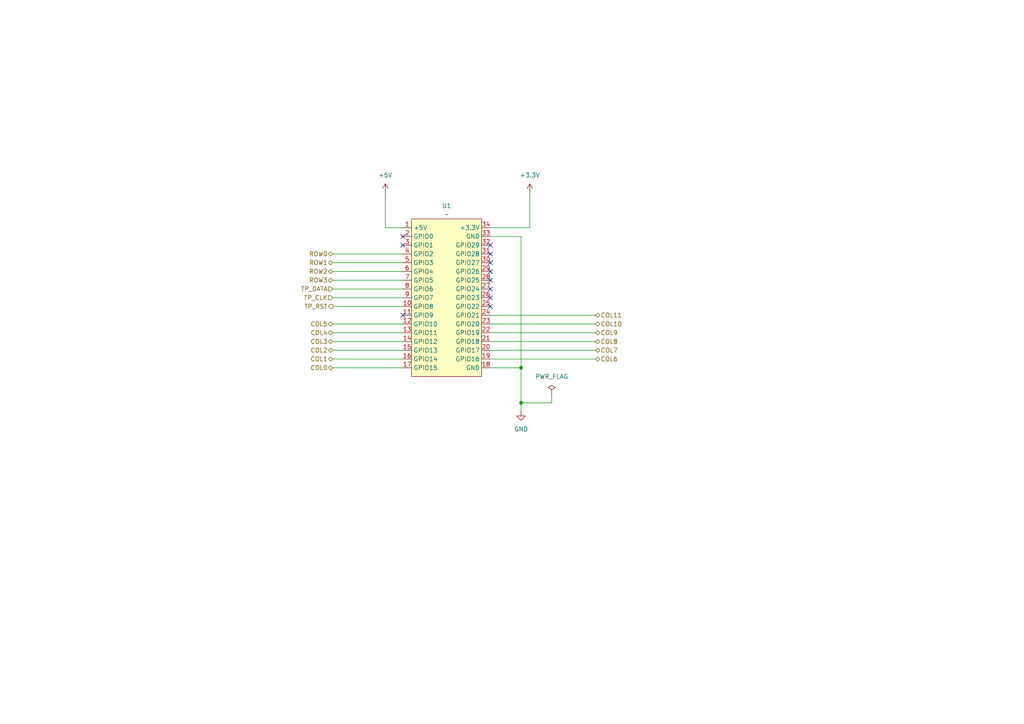
<source format=kicad_sch>
(kicad_sch (version 20231120) (generator "eeschema") (generator_version "8.0")
  (paper "A4")
  (lib_symbols
    (symbol "ae-rp2040:AE-RP2040"
      (property "Reference" "U" (at 0 24.13 0))
      (symbol "AE-RP2040_1_1"
        (rectangle (start -10.16 22.86) (end 10.16 -22.86) (fill (type background)))
        (pin power_out line (at -12.7 20.32 0) (length 2.54) (name "+5V") (number "1"))
        (pin bidirectional line (at -12.7 -2.54 0) (length 2.54) (name "GPIO8") (number "10"))
        (pin bidirectional line (at -12.7 -5.08 0) (length 2.54) (name "GPIO9") (number "11"))
        (pin bidirectional line (at -12.7 -7.62 0) (length 2.54) (name "GPIO10") (number "12"))
        (pin bidirectional line (at -12.7 -10.16 0) (length 2.54) (name "GPIO11") (number "13"))
        (pin bidirectional line (at -12.7 -12.7 0) (length 2.54) (name "GPIO12") (number "14"))
        (pin bidirectional line (at -12.7 -15.24 0) (length 2.54) (name "GPIO13") (number "15"))
        (pin bidirectional line (at -12.7 -17.78 0) (length 2.54) (name "GPIO14") (number "16"))
        (pin bidirectional line (at -12.7 -20.32 0) (length 2.54) (name "GPIO15") (number "17"))
        (pin power_in line (at 12.7 -20.32 180) (length 2.54) (name "GND") (number "18"))
        (pin bidirectional line (at 12.7 -17.78 180) (length 2.54) (name "GPIO16") (number "19"))
        (pin bidirectional line (at -12.7 17.78 0) (length 2.54) (name "GPIO0") (number "2"))
        (pin bidirectional line (at 12.7 -15.24 180) (length 2.54) (name "GPIO17") (number "20"))
        (pin bidirectional line (at 12.7 -12.7 180) (length 2.54) (name "GPIO18") (number "21"))
        (pin bidirectional line (at 12.7 -10.16 180) (length 2.54) (name "GPIO19") (number "22"))
        (pin bidirectional line (at 12.7 -7.62 180) (length 2.54) (name "GPIO20") (number "23"))
        (pin bidirectional line (at 12.7 -5.08 180) (length 2.54) (name "GPIO21") (number "24"))
        (pin bidirectional line (at 12.7 -2.54 180) (length 2.54) (name "GPIO22") (number "25"))
        (pin bidirectional line (at 12.7 0 180) (length 2.54) (name "GPIO23") (number "26"))
        (pin bidirectional line (at 12.7 2.54 180) (length 2.54) (name "GPIO24") (number "27"))
        (pin bidirectional line (at 12.7 5.08 180) (length 2.54) (name "GPIO25") (number "28"))
        (pin bidirectional line (at 12.7 7.62 180) (length 2.54) (name "GPIO26") (number "29"))
        (pin bidirectional line (at -12.7 15.24 0) (length 2.54) (name "GPIO1") (number "3"))
        (pin bidirectional line (at 12.7 10.16 180) (length 2.54) (name "GPIO27") (number "30"))
        (pin bidirectional line (at 12.7 12.7 180) (length 2.54) (name "GPIO28") (number "31"))
        (pin bidirectional line (at 12.7 15.24 180) (length 2.54) (name "GPIO29") (number "32"))
        (pin power_in line (at 12.7 17.78 180) (length 2.54) (name "GND") (number "33"))
        (pin power_out line (at 12.7 20.32 180) (length 2.54) (name "+3.3V") (number "34"))
        (pin bidirectional line (at -12.7 12.7 0) (length 2.54) (name "GPIO2") (number "4"))
        (pin bidirectional line (at -12.7 10.16 0) (length 2.54) (name "GPIO3") (number "5"))
        (pin bidirectional line (at -12.7 7.62 0) (length 2.54) (name "GPIO4") (number "6"))
        (pin bidirectional line (at -12.7 5.08 0) (length 2.54) (name "GPIO5") (number "7"))
        (pin bidirectional line (at -12.7 2.54 0) (length 2.54) (name "GPIO6") (number "8"))
        (pin bidirectional line (at -12.7 0 0) (length 2.54) (name "GPIO7") (number "9"))
      )
    )
    (symbol "power:+3.3V" (power) (pin_numbers hide) (pin_names (offset 0) hide)
      (property "Value" "+3.3V" (at 0 3.556 0))
      (symbol "+3.3V_0_1"
        (polyline (pts (xy -0.762 1.27) (xy 0 2.54)))
        (polyline (pts (xy 0 0) (xy 0 2.54)))
        (polyline (pts (xy 0 2.54) (xy 0.762 1.27)))
      )
      (symbol "+3.3V_1_1"
        (pin power_in line (at 0 0 90) (length 0) (name "~") (number "1"))
      )
    )
    (symbol "power:+5V" (power) (pin_numbers hide) (pin_names (offset 0) hide)
      (property "Value" "+5V" (at 0 3.556 0))
      (symbol "+5V_0_1"
        (polyline (pts (xy -0.762 1.27) (xy 0 2.54)))
        (polyline (pts (xy 0 0) (xy 0 2.54)))
        (polyline (pts (xy 0 2.54) (xy 0.762 1.27)))
      )
      (symbol "+5V_1_1"
        (pin power_in line (at 0 0 90) (length 0) (name "~") (number "1"))
      )
    )
    (symbol "power:GND" (power) (pin_numbers hide) (pin_names (offset 0) hide)
      (property "Value" "GND" (at 0 -3.81 0))
      (symbol "GND_0_1"
        (polyline (pts (xy 0 0) (xy 0 -1.27) (xy 1.27 -1.27) (xy 0 -2.54) (xy -1.27 -1.27) (xy 0 -1.27)))
      )
      (symbol "GND_1_1"
        (pin power_in line (at 0 0 270) (length 0) (name "~") (number "1"))
      )
    )
    (symbol "power:PWR_FLAG" (power) (pin_numbers hide) (pin_names (offset 0) hide)
      (property "Value" "PWR_FLAG" (at 0 3.81 0))
      (symbol "PWR_FLAG_0_0"
        (pin power_out line (at 0 0 90) (length 0) (name "~") (number "1"))
      )
      (symbol "PWR_FLAG_0_1"
        (polyline (pts (xy 0 0) (xy 0 1.27) (xy -1.016 1.905) (xy 0 2.54) (xy 1.016 1.905) (xy 0 1.27)))
      )
    )
  )
  (junction (at 151.13 116.84))
  (junction (at 151.13 106.68))
  (no_connect (at 142.24 71.12))
  (no_connect (at 142.24 88.9))
  (no_connect (at 142.24 86.36))
  (no_connect (at 142.24 73.66))
  (no_connect (at 142.24 76.2))
  (no_connect (at 116.84 91.44))
  (no_connect (at 116.84 68.58))
  (no_connect (at 142.24 78.74))
  (no_connect (at 142.24 83.82))
  (no_connect (at 142.24 81.28))
  (no_connect (at 116.84 71.12))
  (wire (pts (xy 96.52 93.98) (xy 116.84 93.98)))
  (wire (pts (xy 96.52 83.82) (xy 116.84 83.82)))
  (wire (pts (xy 96.52 88.9) (xy 116.84 88.9)))
  (wire (pts (xy 96.52 76.2) (xy 116.84 76.2)))
  (wire (pts (xy 142.24 93.98) (xy 172.72 93.98)))
  (wire (pts (xy 142.24 101.6) (xy 172.72 101.6)))
  (wire (pts (xy 142.24 68.58) (xy 151.13 68.58)))
  (wire (pts (xy 151.13 106.68) (xy 151.13 116.84)))
  (wire (pts (xy 96.52 96.52) (xy 116.84 96.52)))
  (wire (pts (xy 151.13 116.84) (xy 151.13 119.38)))
  (wire (pts (xy 96.52 104.14) (xy 116.84 104.14)))
  (wire (pts (xy 96.52 78.74) (xy 116.84 78.74)))
  (wire (pts (xy 116.84 66.04) (xy 111.76 66.04)))
  (wire (pts (xy 142.24 66.04) (xy 153.67 66.04)))
  (wire (pts (xy 142.24 91.44) (xy 172.72 91.44)))
  (wire (pts (xy 151.13 68.58) (xy 151.13 106.68)))
  (wire (pts (xy 142.24 106.68) (xy 151.13 106.68)))
  (wire (pts (xy 96.52 101.6) (xy 116.84 101.6)))
  (wire (pts (xy 96.52 99.06) (xy 116.84 99.06)))
  (wire (pts (xy 142.24 104.14) (xy 172.72 104.14)))
  (wire (pts (xy 96.52 86.36) (xy 116.84 86.36)))
  (wire (pts (xy 96.52 73.66) (xy 116.84 73.66)))
  (wire (pts (xy 142.24 99.06) (xy 172.72 99.06)))
  (wire (pts (xy 111.76 55.88) (xy 111.76 66.04)))
  (wire (pts (xy 160.02 114.3) (xy 160.02 116.84)))
  (wire (pts (xy 96.52 81.28) (xy 116.84 81.28)))
  (wire (pts (xy 96.52 106.68) (xy 116.84 106.68)))
  (wire (pts (xy 153.67 55.88) (xy 153.67 66.04)))
  (wire (pts (xy 142.24 96.52) (xy 172.72 96.52)))
  (wire (pts (xy 151.13 116.84) (xy 160.02 116.84)))
  (hierarchical_label "ROW3" (shape bidirectional) (at 96.52 81.28 180))
  (hierarchical_label "ROW0" (shape bidirectional) (at 96.52 73.66 180))
  (hierarchical_label "COL5" (shape bidirectional) (at 96.52 93.98 180))
  (hierarchical_label "COL11" (shape bidirectional) (at 172.72 91.44 0))
  (hierarchical_label "TP_RST" (shape output) (at 96.52 88.9 180))
  (hierarchical_label "TP_CLK" (shape input) (at 96.52 86.36 180))
  (hierarchical_label "COL7" (shape bidirectional) (at 172.72 101.6 0))
  (hierarchical_label "TP_DATA" (shape input) (at 96.52 83.82 180))
  (hierarchical_label "COL0" (shape bidirectional) (at 96.52 106.68 180))
  (hierarchical_label "ROW1" (shape bidirectional) (at 96.52 76.2 180))
  (hierarchical_label "COL8" (shape bidirectional) (at 172.72 99.06 0))
  (hierarchical_label "COL3" (shape bidirectional) (at 96.52 99.06 180))
  (hierarchical_label "COL2" (shape bidirectional) (at 96.52 101.6 180))
  (hierarchical_label "COL1" (shape bidirectional) (at 96.52 104.14 180))
  (hierarchical_label "ROW2" (shape bidirectional) (at 96.52 78.74 180))
  (hierarchical_label "COL9" (shape bidirectional) (at 172.72 96.52 0))
  (hierarchical_label "COL4" (shape bidirectional) (at 96.52 96.52 180))
  (hierarchical_label "COL6" (shape bidirectional) (at 172.72 104.14 0))
  (hierarchical_label "COL10" (shape bidirectional) (at 172.72 93.98 0))
  (symbol (lib_id "power:GND") (at 151.13 119.38 0) (unit 1)
    (property "Reference" "#PWR04" (effects (hide yes)))
    (property "Value" "GND" (at 151.13 124.46 0))
    (property "Description" "Power symbol creates a global label with name \"GND\" , ground" (effects (hide yes)))
  )
  (symbol (lib_id "power:PWR_FLAG") (at 160.02 114.3 0) (unit 1)
    (property "Reference" "#FLG01" (effects (hide yes)))
    (property "Value" "PWR_FLAG" (at 160.02 109.22 0))
    (property "Description" "Special symbol for telling ERC where power comes from" (effects (hide yes)))
  )
  (symbol (lib_id "power:+3.3V") (at 153.67 55.88 0) (unit 1)
    (property "Reference" "#PWR016" (effects (hide yes)))
    (property "Value" "+3.3V" (at 153.67 50.8 0))
    (property "Description" "Power symbol creates a global label with name \"+3.3V\"" (effects (hide yes)))
  )
  (symbol (lib_id "power:+5V") (at 111.76 55.88 0) (unit 1)
    (property "Reference" "#PWR01" (effects (hide yes)))
    (property "Value" "+5V" (at 111.76 50.8 0))
    (property "Description" "Power symbol creates a global label with name \"+5V\"" (effects (hide yes)))
  )
  (symbol (lib_id "ae-rp2040:AE-RP2040") (at 129.54 86.36 0) (unit 1)
    (property "Reference" "U1" (at 129.54 59.69 0))
    (property "Value" "~" (at 129.54 62.23 0))
    (property "Footprint" "ae-rp2040:AE-RP2040" (effects (hide yes)))
  )
)
</source>
